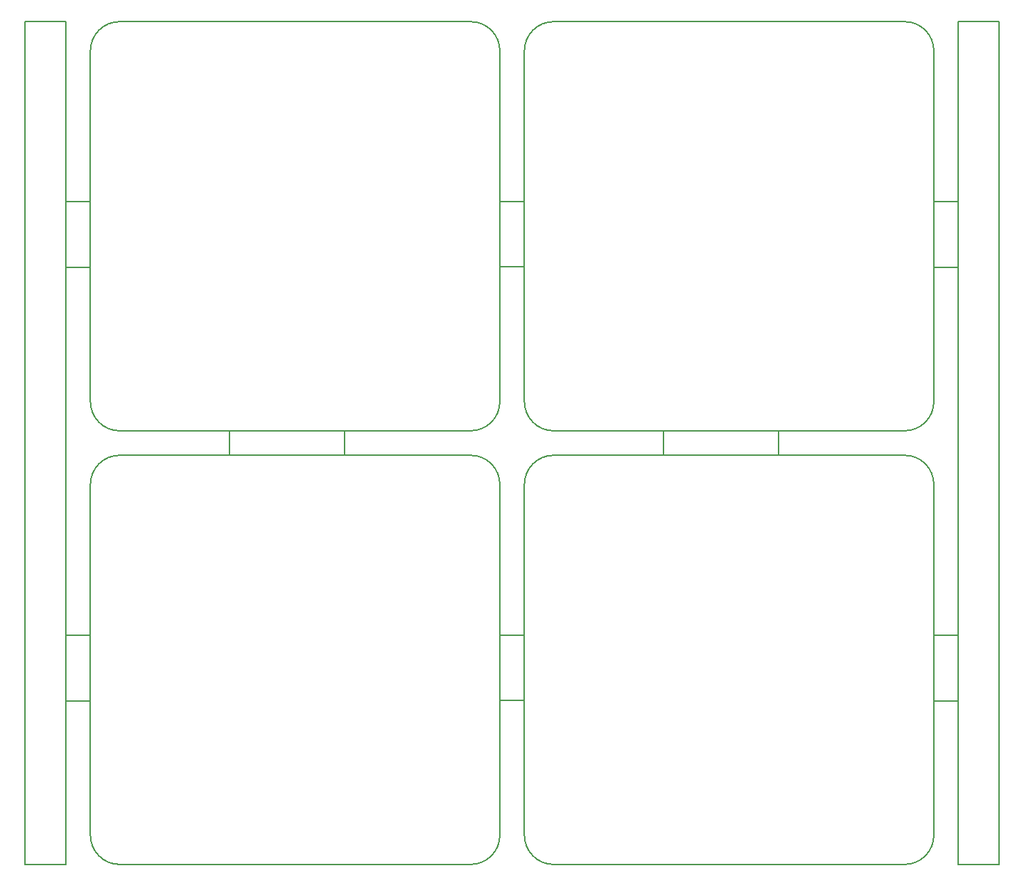
<source format=gko>
%FSLAX25Y25*%
%MOIN*%
G70*
G01*
G75*
G04 Layer_Color=16711935*
%ADD10C,0.00900*%
%ADD11C,0.00800*%
%ADD12C,0.01500*%
%ADD13C,0.03000*%
%ADD14C,0.05000*%
%ADD15C,0.01200*%
%ADD16C,0.02500*%
%ADD17C,0.02000*%
%ADD18C,0.04000*%
%ADD19R,0.02362X0.02756*%
%ADD20R,0.02756X0.02362*%
%ADD21O,0.05906X0.00984*%
%ADD22O,0.00984X0.05906*%
%ADD23R,0.06693X0.05512*%
%ADD24R,0.04331X0.05118*%
%ADD25O,0.06299X0.02362*%
%ADD26R,0.18898X0.17716*%
%ADD27R,0.06299X0.10630*%
%ADD28R,0.04331X0.03150*%
%ADD29R,0.02800X0.03500*%
%ADD30O,0.01969X0.06299*%
%ADD31R,0.01969X0.06299*%
%ADD32R,0.04331X0.05906*%
G04:AMPARAMS|DCode=33|XSize=157.48mil|YSize=196.85mil|CornerRadius=39.37mil|HoleSize=0mil|Usage=FLASHONLY|Rotation=180.000|XOffset=0mil|YOffset=0mil|HoleType=Round|Shape=RoundedRectangle|*
%AMROUNDEDRECTD33*
21,1,0.15748,0.11811,0,0,180.0*
21,1,0.07874,0.19685,0,0,180.0*
1,1,0.07874,-0.03937,0.05906*
1,1,0.07874,0.03937,0.05906*
1,1,0.07874,0.03937,-0.05906*
1,1,0.07874,-0.03937,-0.05906*
%
%ADD33ROUNDEDRECTD33*%
%ADD34R,0.04724X0.03150*%
%ADD35R,0.03150X0.02362*%
%ADD36R,0.02362X0.03150*%
%ADD37R,0.03937X0.10236*%
%ADD38R,0.03500X0.02800*%
%ADD39R,0.03543X0.05512*%
%ADD40R,0.08661X0.05512*%
%ADD41R,0.05118X0.03150*%
%ADD42R,0.11024X0.08268*%
%ADD43R,0.03543X0.05906*%
%ADD44R,0.10236X0.03937*%
%ADD45R,0.05512X0.06693*%
%ADD46R,0.05118X0.04331*%
%ADD47R,0.03150X0.04724*%
%ADD48R,0.12598X0.07874*%
%ADD49C,0.03937*%
%ADD50C,0.06500*%
%ADD51R,0.36600X0.13000*%
%ADD52R,0.04900X0.04900*%
%ADD53R,0.03000X0.05000*%
%ADD54R,0.12000X0.05500*%
%ADD55R,0.05500X0.10500*%
%ADD56R,0.05000X0.03000*%
%ADD57R,0.06200X0.41500*%
%ADD58R,0.07200X0.03100*%
%ADD59R,0.36000X0.13000*%
%ADD60R,0.06300X0.12400*%
%ADD61R,0.07700X0.12400*%
%ADD62C,0.25590*%
%ADD63C,0.10630*%
%ADD64O,0.07480X0.06299*%
%ADD65C,0.11811*%
%ADD66C,0.07874*%
%ADD67C,0.02362*%
%ADD68R,0.06400X0.04400*%
%ADD69R,0.06400X0.12400*%
%ADD70R,0.07200X0.02400*%
%ADD71R,0.02400X0.07200*%
%ADD72R,0.36700X0.13000*%
%ADD73C,0.07000*%
%ADD74C,0.06400*%
%ADD75C,0.06000*%
%ADD76R,0.68300X0.12400*%
%ADD77C,0.00787*%
%ADD78C,0.01000*%
%ADD79C,0.00984*%
%ADD80C,0.00394*%
%ADD81C,0.00500*%
%ADD82C,0.00591*%
%ADD83C,0.01181*%
%ADD84C,0.00460*%
%ADD85R,0.03162X0.03556*%
%ADD86R,0.03556X0.03162*%
%ADD87O,0.06706X0.01784*%
%ADD88O,0.01784X0.06706*%
%ADD89R,0.07493X0.06312*%
%ADD90R,0.05131X0.05918*%
%ADD91O,0.07099X0.03162*%
%ADD92R,0.19698X0.18517*%
%ADD93R,0.07099X0.11430*%
%ADD94R,0.05131X0.03950*%
%ADD95R,0.03600X0.04300*%
%ADD96O,0.02769X0.07099*%
%ADD97R,0.02769X0.07099*%
%ADD98R,0.05131X0.06706*%
G04:AMPARAMS|DCode=99|XSize=165.48mil|YSize=204.85mil|CornerRadius=43.37mil|HoleSize=0mil|Usage=FLASHONLY|Rotation=180.000|XOffset=0mil|YOffset=0mil|HoleType=Round|Shape=RoundedRectangle|*
%AMROUNDEDRECTD99*
21,1,0.16548,0.11811,0,0,180.0*
21,1,0.07874,0.20485,0,0,180.0*
1,1,0.08674,-0.03937,0.05906*
1,1,0.08674,0.03937,0.05906*
1,1,0.08674,0.03937,-0.05906*
1,1,0.08674,-0.03937,-0.05906*
%
%ADD99ROUNDEDRECTD99*%
%ADD100R,0.05524X0.03950*%
%ADD101R,0.03950X0.03162*%
%ADD102R,0.03162X0.03950*%
%ADD103R,0.04737X0.11036*%
%ADD104R,0.04300X0.03600*%
%ADD105R,0.04343X0.06312*%
%ADD106R,0.09461X0.06312*%
%ADD107R,0.05918X0.03950*%
%ADD108R,0.11824X0.09068*%
%ADD109R,0.04343X0.06706*%
%ADD110R,0.11036X0.04737*%
%ADD111R,0.06312X0.07493*%
%ADD112R,0.05918X0.05131*%
%ADD113R,0.03950X0.05524*%
%ADD114R,0.13398X0.08674*%
%ADD115C,0.04737*%
%ADD116C,0.26391*%
%ADD117C,0.11430*%
%ADD118O,0.08280X0.07099*%
%ADD119C,0.12611*%
%ADD120C,0.08674*%
D81*
X0Y-182850D02*
G03*
X14000Y-196850I14000J0D01*
G01*
X182850D02*
G03*
X196850Y-182850I0J14000D01*
G01*
Y-14000D02*
G03*
X182850Y0I-14000J0D01*
G01*
X14000D02*
G03*
X0Y-14000I0J-14000D01*
G01*
Y25811D02*
G03*
X14000Y11811I14000J0D01*
G01*
X208661Y25811D02*
G03*
X222661Y11811I14000J0D01*
G01*
X208661Y-182850D02*
G03*
X222661Y-196850I14000J0D01*
G01*
X391512Y-196850D02*
G03*
X405512Y-182850I0J14000D01*
G01*
X405512Y-14000D02*
G03*
X391512Y0I-14000J0D01*
G01*
X391512Y11811D02*
G03*
X405512Y25811I0J14000D01*
G01*
X405512Y194661D02*
G03*
X391512Y208661I-14000J0D01*
G01*
X222661Y208661D02*
G03*
X208661Y194661I0J-14000D01*
G01*
X196850Y194661D02*
G03*
X182850Y208661I-14000J0D01*
G01*
X14000Y208661D02*
G03*
X-0Y194661I0J-14000D01*
G01*
X182850Y11811D02*
G03*
X196850Y25811I0J14000D01*
G01*
X222661Y0D02*
G03*
X208661Y-14000I0J-14000D01*
G01*
X196850Y-118000D02*
X208661D01*
X196850Y-86614D02*
X208661D01*
X66929Y0D02*
Y11811D01*
X122047Y0D02*
Y11811D01*
X330709Y0D02*
Y11811D01*
X275590Y0D02*
Y11811D01*
X196850Y122047D02*
X208661D01*
X196850Y90661D02*
X208661D01*
X-11811Y122047D02*
X0D01*
X-11811Y90551D02*
X0D01*
X405512Y122047D02*
X417323D01*
X405512Y90551D02*
X417323D01*
X-11811Y-118110D02*
X0D01*
X-11811Y-86614D02*
X0D01*
X405512Y-86614D02*
X417323D01*
X405512Y-118110D02*
X417323D01*
X-11811Y-196850D02*
Y90551D01*
Y208661D01*
X417323Y122047D02*
Y208661D01*
Y-196850D02*
Y122047D01*
X-31496Y-196850D02*
Y208661D01*
Y-196850D02*
X-11811D01*
X-31496Y208661D02*
X-11811D01*
X437008Y-196850D02*
Y208661D01*
X417323Y-196850D02*
X437008D01*
X417323Y208661D02*
X437008D01*
X14000Y11811D02*
X182850D01*
X0Y25811D02*
Y194661D01*
X196850Y25811D02*
Y194661D01*
X14000Y208661D02*
X182850D01*
X0Y-182850D02*
Y-14000D01*
X14000Y-196850D02*
X182850D01*
X196850Y-182850D02*
Y-14000D01*
X14000Y0D02*
X182850D01*
X222661Y11811D02*
X391512D01*
X222661Y0D02*
X391512D01*
X405512Y-182850D02*
Y-14000D01*
Y25811D02*
Y194661D01*
X222661Y208661D02*
X391512D01*
X208661Y25811D02*
Y194661D01*
X222661Y-196850D02*
X391512D01*
X208661Y-182850D02*
Y-14000D01*
M02*

</source>
